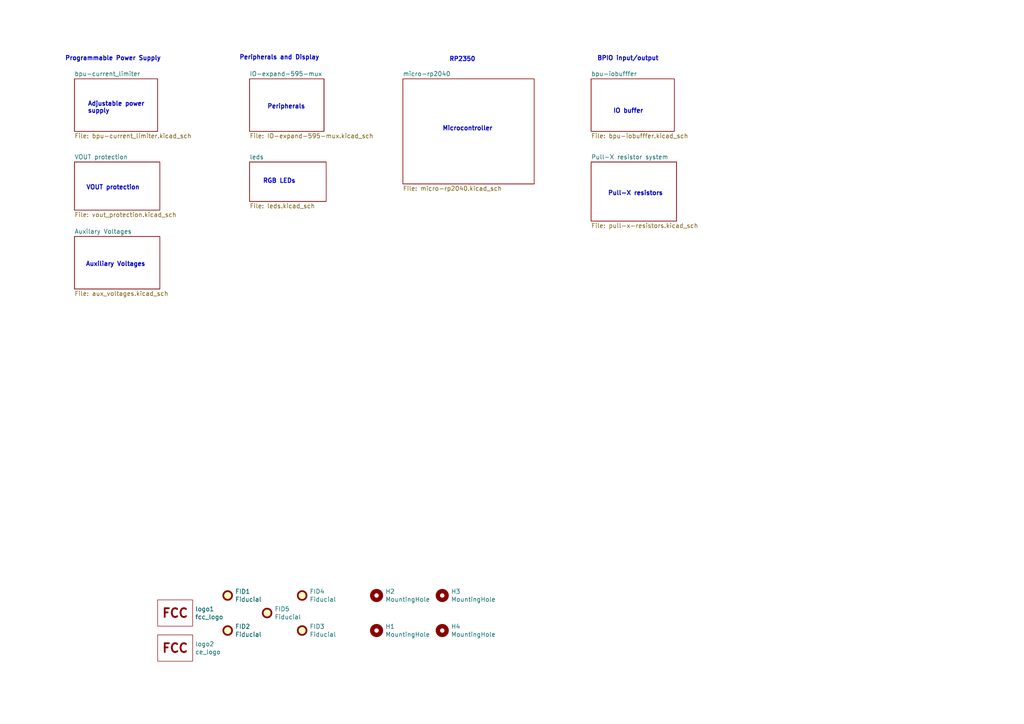
<source format=kicad_sch>
(kicad_sch (version 20231120) (generator "eeschema") (generator_version "8.0")
  (paper "A4")
  (lib_symbols
    (symbol "DP_logo_kicad:fcc_logo" (pin_names (offset 1.016))
      (property "Reference" "logo" (at 0 5.08 0))
      (property "Value" "fcc_logo" (at 0 -5.08 0))
      (symbol "fcc_logo_0_0"
        (rectangle (start -5.08 3.81) (end 5.08 -3.81))
        (text "FCC" (at 0 0 0) (effects (font (size 2.54 2.54) (bold yes))))
      )
    )
    (symbol "Mechanical:Fiducial"
      (property "Reference" "FID" (at 0 5.08 0))
      (property "Value" "Fiducial" (at 0 3.175 0))
      (symbol "Fiducial_0_1"
        (circle (center 0 0) (radius 1.27) (stroke (width 0.508)) (fill (type background)))
      )
    )
    (symbol "Mechanical:MountingHole" (pin_names (offset 1.016))
      (property "Reference" "H" (at 0 5.08 0))
      (property "Value" "MountingHole" (at 0 3.175 0))
      (symbol "MountingHole_0_1"
        (circle (center 0 0) (radius 1.27) (stroke (width 1.27)))
      )
    )
  )
  (text "VOUT protection" (at 32.766 54.483 0) (effects (font (size 1.27 1.27) (thickness 0.254) (bold yes))))
  (text "Microcontroller" (at 128.27 38.1 0) (effects (font (size 1.27 1.27) (thickness 0.254) (bold yes)) (justify left bottom)))
  (text "Programmable Power Supply" (at 32.766 17.018 0) (effects (font (size 1.27 1.27) (thickness 0.254) (bold yes))))
  (text "BPIO input/output" (at 182.118 17.018 0) (effects (font (size 1.27 1.27) (thickness 0.254) (bold yes))))
  (text "Adjustable power \nsupply" (at 25.4 33.02 0) (effects (font (size 1.27 1.27) (thickness 0.254) (bold yes)) (justify left bottom)))
  (text "Peripherals and Display" (at 81.026 16.764 0) (effects (font (size 1.27 1.27) (thickness 0.254) (bold yes))))
  (text "IO buffer" (at 177.8 33.02 0) (effects (font (size 1.27 1.27) (thickness 0.254) (bold yes)) (justify left bottom)))
  (text "Peripherals" (at 77.47 31.75 0) (effects (font (size 1.27 1.27) (thickness 0.254) (bold yes)) (justify left bottom)))
  (text "RGB LEDs" (at 76.2 53.34 0) (effects (font (size 1.27 1.27) (thickness 0.254) (bold yes)) (justify left bottom)))
  (text "Pull-X resistors" (at 176.276 56.896 0) (effects (font (size 1.27 1.27) (thickness 0.254) (bold yes)) (justify left bottom)))
  (text "RP2350" (at 134.112 17.272 0) (effects (font (size 1.27 1.27) (thickness 0.254) (bold yes))))
  (text "Auxiliary Voltages\n" (at 33.528 76.708 0) (effects (font (size 1.27 1.27) (thickness 0.254) (bold yes))))
  (symbol (lib_id "Mechanical:MountingHole") (at 109.22 172.72 0) (unit 1) (in_bom no)
    (property "Reference" "H2" (at 111.76 171.5516 0) (effects (justify left)))
    (property "Value" "MountingHole" (at 111.76 173.863 0) (effects (justify left)))
    (property "Footprint" "MountingHole:MountingHole_3.2mm_M3" (effects (hide yes)))
  )
  (symbol (lib_id "Mechanical:MountingHole") (at 109.22 182.88 0) (unit 1) (in_bom no)
    (property "Reference" "H1" (at 111.76 181.7116 0) (effects (justify left)))
    (property "Value" "MountingHole" (at 111.76 184.023 0) (effects (justify left)))
    (property "Footprint" "MountingHole:MountingHole_3.2mm_M3" (effects (hide yes)))
  )
  (symbol (lib_id "Mechanical:MountingHole") (at 128.27 172.72 0) (unit 1) (in_bom no)
    (property "Reference" "H3" (at 130.81 171.5516 0) (effects (justify left)))
    (property "Value" "MountingHole" (at 130.81 173.863 0) (effects (justify left)))
    (property "Footprint" "MountingHole:MountingHole_3.2mm_M3" (effects (hide yes)))
  )
  (symbol (lib_id "Mechanical:MountingHole") (at 128.27 182.88 0) (unit 1) (in_bom no)
    (property "Reference" "H4" (at 130.81 181.7116 0) (effects (justify left)))
    (property "Value" "MountingHole" (at 130.81 184.023 0) (effects (justify left)))
    (property "Footprint" "MountingHole:MountingHole_3.2mm_M3" (effects (hide yes)))
  )
  (symbol (lib_id "Mechanical:Fiducial") (at 66.04 172.72 0) (unit 1) (in_bom no)
    (property "Reference" "FID1" (at 68.199 171.5516 0) (effects (justify left)))
    (property "Value" "Fiducial" (at 68.199 173.863 0) (effects (justify left)))
    (property "Footprint" "Fiducial:Fiducial_1mm_Mask2mm" (effects (hide yes)))
  )
  (symbol (lib_id "Mechanical:Fiducial") (at 66.04 182.88 0) (unit 1) (in_bom no)
    (property "Reference" "FID2" (at 68.199 181.7116 0) (effects (justify left)))
    (property "Value" "Fiducial" (at 68.199 184.023 0) (effects (justify left)))
    (property "Footprint" "Fiducial:Fiducial_1mm_Mask2mm" (effects (hide yes)))
  )
  (symbol (lib_id "Mechanical:Fiducial") (at 87.63 182.88 0) (unit 1) (in_bom no)
    (property "Reference" "FID3" (at 89.789 181.7116 0) (effects (justify left)))
    (property "Value" "Fiducial" (at 89.789 184.023 0) (effects (justify left)))
    (property "Footprint" "Fiducial:Fiducial_1mm_Mask2mm" (effects (hide yes)))
  )
  (symbol (lib_id "Mechanical:Fiducial") (at 87.63 172.72 0) (unit 1) (in_bom no)
    (property "Reference" "FID4" (at 89.789 171.5516 0) (effects (justify left)))
    (property "Value" "Fiducial" (at 89.789 173.863 0) (effects (justify left)))
    (property "Footprint" "Fiducial:Fiducial_1mm_Mask2mm" (effects (hide yes)))
  )
  (symbol (lib_id "Mechanical:Fiducial") (at 77.47 177.8 0) (unit 1) (in_bom no)
    (property "Reference" "FID5" (at 79.629 176.6316 0) (effects (justify left)))
    (property "Value" "Fiducial" (at 79.629 178.943 0) (effects (justify left)))
    (property "Footprint" "Fiducial:Fiducial_1mm_Mask2mm" (effects (hide yes)))
  )
  (symbol (lib_id "DP_logo_kicad:fcc_logo") (at 50.8 177.8 0) (unit 1) (in_bom no)
    (property "Reference" "logo1" (at 56.5912 176.6316 0) (effects (justify left)))
    (property "Value" "fcc_logo" (at 56.5912 178.943 0) (effects (justify left)))
    (property "Footprint" "dp-logo:logo_fcc" (effects (hide yes)))
  )
  (symbol (lib_id "DP_logo_kicad:fcc_logo") (at 50.8 187.96 0) (unit 1) (in_bom no)
    (property "Reference" "logo2" (at 56.5912 186.7916 0) (effects (justify left)))
    (property "Value" "ce_logo" (at 56.5912 189.103 0) (effects (justify left)))
    (property "Footprint" "Symbol:CE-Logo_11.2x8mm_SilkScreen" (effects (hide yes)))
  )
  (sheet (at 171.45 22.86) (size 24.13 15.24)
    (property "Sheetname" "bpu-iobufffer" (at 171.45 22.1484 0) (effects (justify left bottom)))
    (property "Sheetfile" "bpu-iobufffer.kicad_sch" (at 171.45 38.6846 0) (effects (justify left top)))
  )
  (sheet (at 21.59 22.86) (size 24.13 15.24)
    (property "Sheetname" "bpu-current_limiter" (at 21.59 22.1484 0) (effects (justify left bottom)))
    (property "Sheetfile" "bpu-current_limiter.kicad_sch" (at 21.59 38.6846 0) (effects (justify left top)))
  )
  (sheet (at 116.84 22.86) (size 38.1 30.48)
    (property "Sheetname" "micro-rp2040" (at 116.84 22.1484 0) (effects (justify left bottom)))
    (property "Sheetfile" "micro-rp2040.kicad_sch" (at 116.84 53.9246 0) (effects (justify left top)))
  )
  (sheet (at 72.39 22.86) (size 21.59 15.24)
    (property "Sheetname" "IO-expand-595-mux" (at 72.39 22.1484 0) (effects (justify left bottom)))
    (property "Sheetfile" "IO-expand-595-mux.kicad_sch" (at 72.39 38.6846 0) (effects (justify left top)))
  )
  (sheet (at 72.39 46.99) (size 22.225 11.43)
    (property "Sheetname" "leds" (at 72.39 46.2784 0) (effects (justify left bottom)))
    (property "Sheetfile" "leds.kicad_sch" (at 72.39 59.0046 0) (effects (justify left top)))
  )
  (sheet (at 171.45 46.99) (size 24.765 17.145) (stroke (width 0.1524))
    (property "Sheetname" "Pull-X resistor system" (at 171.45 46.2784 0) (effects (justify left bottom)))
    (property "Sheetfile" "pull-x-resistors.kicad_sch" (at 171.45 64.7196 0) (effects (justify left top)))
  )
  (sheet (at 21.59 46.99) (size 24.765 13.97) (stroke (width 0.1524))
    (property "Sheetname" "VOUT protection" (at 21.59 46.2784 0) (effects (justify left bottom)))
    (property "Sheetfile" "vout_protection.kicad_sch" (at 21.59 61.5446 0) (effects (justify left top)))
  )
  (sheet (at 21.59 68.58) (size 24.765 15.24) (stroke (width 0.1524))
    (property "Sheetname" "Auxilary Voltages" (at 21.59 67.8684 0) (effects (justify left bottom)))
    (property "Sheetfile" "aux_voltages.kicad_sch" (at 21.59 84.4046 0) (effects (justify left top)))
  )
)
</source>
